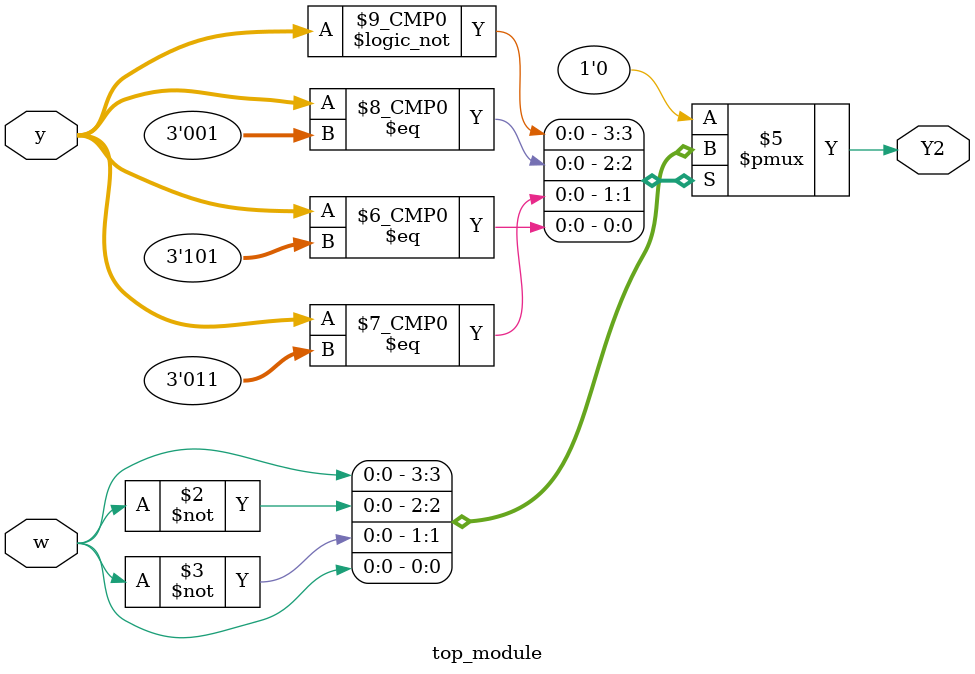
<source format=sv>
module top_module(
    input [3:1] y,
    input w,
    output reg Y2
);

always @(*) begin
    case (y)
        3'b000: Y2 = w;
        3'b001: Y2 = ~w;
        3'b010: Y2 = 1'b0;
        3'b011: Y2 = ~w;
        3'b100: Y2 = 1'b0;
        3'b101: Y2 = w;
        default: Y2 = 1'b0;
    endcase
end

endmodule

</source>
